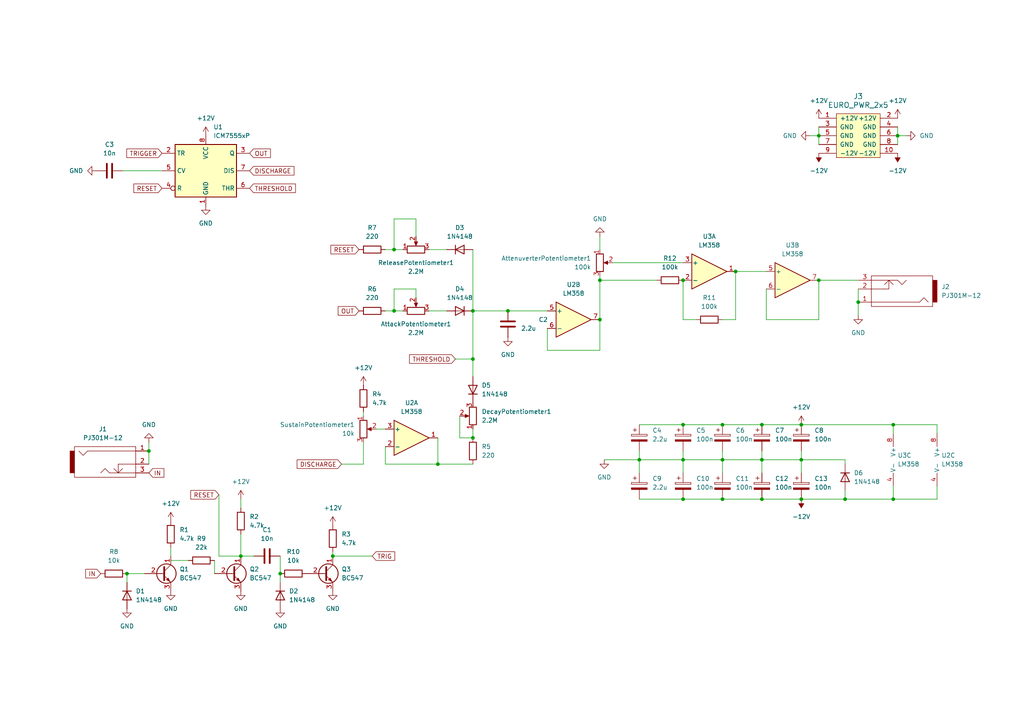
<source format=kicad_sch>
(kicad_sch (version 20231120) (generator "eeschema") (generator_version "8.0")
  (paper "A4")
  (lib_symbols
    (symbol "Amplifier_Operational:LM358" (pin_names (offset 0.127))
      (property "Reference" "U" (at 0 5.08 0))
      (property "Value" "LM358" (at 0 -5.08 0))
      (symbol "LM358_1_1"
        (polyline (pts (xy -5.08 5.08) (xy 5.08 0) (xy -5.08 -5.08) (xy -5.08 5.08)) (stroke (width 0.254)) (fill (type background)))
        (pin output line (at 7.62 0 180) (length 2.54) (name "~") (number "1"))
        (pin input line (at -7.62 -2.54 0) (length 2.54) (name "-") (number "2"))
        (pin input line (at -7.62 2.54 0) (length 2.54) (name "+") (number "3"))
      )
      (symbol "LM358_2_1"
        (polyline (pts (xy -5.08 5.08) (xy 5.08 0) (xy -5.08 -5.08) (xy -5.08 5.08)) (stroke (width 0.254)) (fill (type background)))
        (pin input line (at -7.62 2.54 0) (length 2.54) (name "+") (number "5"))
        (pin input line (at -7.62 -2.54 0) (length 2.54) (name "-") (number "6"))
        (pin output line (at 7.62 0 180) (length 2.54) (name "~") (number "7"))
      )
      (symbol "LM358_3_1"
        (pin power_in line (at -2.54 -7.62 90) (length 3.81) (name "V-") (number "4"))
        (pin power_in line (at -2.54 7.62 270) (length 3.81) (name "V+") (number "8"))
      )
    )
    (symbol "Device:C" (pin_numbers hide) (pin_names (offset 0.254))
      (property "Reference" "C" (at 0.635 2.54 0))
      (property "Value" "C" (at 0.635 -2.54 0))
      (symbol "C_0_1"
        (polyline (pts (xy -2.032 -0.762) (xy 2.032 -0.762)) (stroke (width 0.508)))
        (polyline (pts (xy -2.032 0.762) (xy 2.032 0.762)) (stroke (width 0.508)))
      )
      (symbol "C_1_1"
        (pin passive line (at 0 3.81 270) (length 2.794) (name "~") (number "1"))
        (pin passive line (at 0 -3.81 90) (length 2.794) (name "~") (number "2"))
      )
    )
    (symbol "Device:C_Polarized" (pin_numbers hide) (pin_names (offset 0.254))
      (property "Reference" "C" (at 0.635 2.54 0))
      (property "Value" "C_Polarized" (at 0.635 -2.54 0))
      (symbol "C_Polarized_0_1"
        (rectangle (start -2.286 0.508) (end 2.286 1.016))
        (polyline (pts (xy -1.778 2.286) (xy -0.762 2.286)))
        (polyline (pts (xy -1.27 2.794) (xy -1.27 1.778)))
        (rectangle (start 2.286 -0.508) (end -2.286 -1.016) (fill (type outline)))
      )
      (symbol "C_Polarized_1_1"
        (pin passive line (at 0 3.81 270) (length 2.794) (name "~") (number "1"))
        (pin passive line (at 0 -3.81 90) (length 2.794) (name "~") (number "2"))
      )
    )
    (symbol "Device:R" (pin_numbers hide) (pin_names (offset 0))
      (property "Reference" "R" (at 2.032 0 90))
      (property "Value" "R" (at 0 0 90))
      (symbol "R_0_1"
        (rectangle (start -1.016 -2.54) (end 1.016 2.54) (stroke (width 0.254)))
      )
      (symbol "R_1_1"
        (pin passive line (at 0 3.81 270) (length 1.27) (name "~") (number "1"))
        (pin passive line (at 0 -3.81 90) (length 1.27) (name "~") (number "2"))
      )
    )
    (symbol "Device:R_Potentiometer" (pin_names (offset 1.016) hide)
      (property "Reference" "RV" (at -4.445 0 90))
      (property "Value" "R_Potentiometer" (at -2.54 0 90))
      (symbol "R_Potentiometer_0_1"
        (polyline (pts (xy 2.54 0) (xy 1.524 0)))
        (polyline (pts (xy 1.143 0) (xy 2.286 0.508) (xy 2.286 -0.508) (xy 1.143 0)) (fill (type outline)))
        (rectangle (start 1.016 2.54) (end -1.016 -2.54) (stroke (width 0.254)))
      )
      (symbol "R_Potentiometer_1_1"
        (pin passive line (at 0 3.81 270) (length 1.27) (name "1") (number "1"))
        (pin passive line (at 3.81 0 180) (length 1.27) (name "2") (number "2"))
        (pin passive line (at 0 -3.81 90) (length 1.27) (name "3") (number "3"))
      )
    )
    (symbol "Diode:1N4148" (pin_numbers hide) (pin_names hide)
      (property "Reference" "D" (at 0 2.54 0))
      (property "Value" "1N4148" (at 0 -2.54 0))
      (symbol "1N4148_0_1"
        (polyline (pts (xy -1.27 1.27) (xy -1.27 -1.27)) (stroke (width 0.254)))
        (polyline (pts (xy 1.27 0) (xy -1.27 0)))
        (polyline (pts (xy 1.27 1.27) (xy 1.27 -1.27) (xy -1.27 0) (xy 1.27 1.27)) (stroke (width 0.254)))
      )
      (symbol "1N4148_1_1"
        (pin passive line (at -3.81 0 0) (length 2.54) (name "K") (number "1"))
        (pin passive line (at 3.81 0 180) (length 2.54) (name "A") (number "2"))
      )
    )
    (symbol "Timer:ICM7555xP"
      (property "Reference" "U" (at -10.16 8.89 0))
      (property "Value" "ICM7555xP" (at 2.54 8.89 0))
      (symbol "ICM7555xP_0_0"
        (pin power_in line (at 0 -10.16 90) (length 2.54) (name "GND") (number "1"))
        (pin power_in line (at 0 10.16 270) (length 2.54) (name "VCC") (number "8"))
      )
      (symbol "ICM7555xP_0_1"
        (rectangle (start -8.89 -7.62) (end 8.89 7.62) (stroke (width 0.254)) (fill (type background)))
        (rectangle (start -8.89 -7.62) (end 8.89 7.62) (stroke (width 0.254)) (fill (type background)))
      )
      (symbol "ICM7555xP_1_1"
        (pin input line (at -12.7 5.08 0) (length 3.81) (name "TR") (number "2"))
        (pin output line (at 12.7 5.08 180) (length 3.81) (name "Q") (number "3"))
        (pin input inverted (at -12.7 -5.08 0) (length 3.81) (name "R") (number "4"))
        (pin input line (at -12.7 0 0) (length 3.81) (name "CV") (number "5"))
        (pin input line (at 12.7 -5.08 180) (length 3.81) (name "THR") (number "6"))
        (pin input line (at 12.7 0 180) (length 3.81) (name "DIS") (number "7"))
      )
    )
    (symbol "Transistor_BJT:BC547" (pin_names (offset 0) hide)
      (property "Reference" "Q" (at 5.08 1.905 0))
      (property "Value" "BC547" (at 5.08 0 0))
      (symbol "BC547_0_1"
        (polyline (pts (xy 0 0) (xy 0.635 0)))
        (polyline (pts (xy 0.635 0.635) (xy 2.54 2.54)))
        (polyline (pts (xy 0.635 -0.635) (xy 2.54 -2.54) (xy 2.54 -2.54)))
        (polyline (pts (xy 0.635 1.905) (xy 0.635 -1.905) (xy 0.635 -1.905)) (stroke (width 0.508)))
        (polyline (pts (xy 1.27 -1.778) (xy 1.778 -1.27) (xy 2.286 -2.286) (xy 1.27 -1.778) (xy 1.27 -1.778)) (fill (type outline)))
        (circle (center 1.27 0) (radius 2.8194) (stroke (width 0.254)))
      )
      (symbol "BC547_1_1"
        (pin passive line (at 2.54 5.08 270) (length 2.54) (name "C") (number "1"))
        (pin input line (at -5.08 0 0) (length 5.08) (name "B") (number "2"))
        (pin passive line (at 2.54 -5.08 90) (length 2.54) (name "E") (number "3"))
      )
    )
    (symbol "eurocad:EURO_PWR_2x5" (pin_names (offset 1.016))
      (property "Reference" "J" (at 0 -7.62 0))
      (property "Value" "EURO_PWR_2x5" (at 0 7.62 0))
      (symbol "EURO_PWR_2x5_0_1"
        (rectangle (start -6.35 6.35) (end 6.35 -6.35) (fill (type background)))
      )
      (symbol "EURO_PWR_2x5_1_1"
        (pin power_in line (at -11.43 5.08 0) (length 5.08) (name "+12V") (number "1"))
        (pin power_in line (at 11.43 -5.08 180) (length 5.08) (name "-12V") (number "10"))
        (pin power_in line (at 11.43 5.08 180) (length 5.08) (name "+12V") (number "2"))
        (pin power_in line (at -11.43 2.54 0) (length 5.08) (name "GND") (number "3"))
        (pin power_in line (at 11.43 2.54 180) (length 5.08) (name "GND") (number "4"))
        (pin power_in line (at -11.43 0 0) (length 5.08) (name "GND") (number "5"))
        (pin power_in line (at 11.43 0 180) (length 5.08) (name "GND") (number "6"))
        (pin power_in line (at -11.43 -2.54 0) (length 5.08) (name "GND") (number "7"))
        (pin power_in line (at 11.43 -2.54 180) (length 5.08) (name "GND") (number "8"))
        (pin power_in line (at -11.43 -5.08 0) (length 5.08) (name "-12V") (number "9"))
      )
    )
    (symbol "eurocad:PJ301M-12" (pin_names (offset 1.016))
      (property "Reference" "J" (at -8.89 -5.08 0))
      (property "Value" "PJ301M-12" (at -3.81 6.35 0))
      (symbol "PJ301M-12_0_1"
        (rectangle (start -11.43 3.81) (end -10.16 -2.54) (fill (type outline)))
        (polyline (pts (xy 3.81 0) (xy 7.62 0) (xy 7.62 0)))
        (polyline (pts (xy 0 -2.54) (xy -1.27 -1.27) (xy -2.54 -2.54) (xy -2.54 -2.54)))
        (polyline (pts (xy 0 -2.54) (xy 7.62 -2.54) (xy 7.62 -2.54) (xy 7.62 -2.54)))
        (polyline (pts (xy 1.27 -1.27) (xy 2.54 -2.54) (xy 3.81 -1.27) (xy 3.81 -1.27)))
        (polyline (pts (xy 3.81 0) (xy 2.54 0) (xy 2.54 -2.54) (xy 2.54 -2.54)))
        (polyline (pts (xy 7.62 3.81) (xy -6.35 3.81) (xy -7.62 2.54) (xy -8.89 3.81) (xy -8.89 3.81)))
        (rectangle (start 7.62 -3.81) (end -10.16 5.08))
      )
      (symbol "PJ301M-12_1_1"
        (pin passive line (at 11.43 3.81 180) (length 3.81) (name "~") (number "1"))
        (pin passive line (at 11.43 0 180) (length 3.81) (name "~") (number "2"))
        (pin passive line (at 11.43 -2.54 180) (length 3.81) (name "~") (number "3"))
      )
    )
    (symbol "power:+12V" (power) (pin_numbers hide) (pin_names (offset 0) hide)
      (property "Value" "+12V" (at 0 3.556 0))
      (symbol "+12V_0_1"
        (polyline (pts (xy -0.762 1.27) (xy 0 2.54)))
        (polyline (pts (xy 0 0) (xy 0 2.54)))
        (polyline (pts (xy 0 2.54) (xy 0.762 1.27)))
      )
      (symbol "+12V_1_1"
        (pin power_in line (at 0 0 90) (length 0) (name "~") (number "1"))
      )
    )
    (symbol "power:-12V" (power) (pin_numbers hide) (pin_names (offset 0) hide)
      (property "Value" "-12V" (at 0 3.556 0))
      (symbol "-12V_0_0"
        (pin power_in line (at 0 0 90) (length 0) (name "~") (number "1"))
      )
      (symbol "-12V_0_1"
        (polyline (pts (xy 0 0) (xy 0 1.27) (xy 0.762 1.27) (xy 0 2.54) (xy -0.762 1.27) (xy 0 1.27)) (fill (type outline)))
      )
    )
    (symbol "power:GND" (power) (pin_numbers hide) (pin_names (offset 0) hide)
      (property "Value" "GND" (at 0 -3.81 0))
      (symbol "GND_0_1"
        (polyline (pts (xy 0 0) (xy 0 -1.27) (xy 1.27 -1.27) (xy 0 -2.54) (xy -1.27 -1.27) (xy 0 -1.27)))
      )
      (symbol "GND_1_1"
        (pin power_in line (at 0 0 270) (length 0) (name "~") (number "1"))
      )
    )
  )
  (junction (at 137.16 127))
  (junction (at 43.18 130.81))
  (junction (at 147.32 90.17))
  (junction (at 69.85 161.29))
  (junction (at 198.12 133.35))
  (junction (at 232.41 133.35))
  (junction (at 259.08 144.78))
  (junction (at 209.55 144.78))
  (junction (at 185.42 133.35))
  (junction (at 260.35 39.37))
  (junction (at 198.12 144.78))
  (junction (at 237.49 81.28))
  (junction (at 209.55 133.35))
  (junction (at 220.98 144.78))
  (junction (at 213.36 78.74))
  (junction (at 114.3 72.39))
  (junction (at 137.16 90.17))
  (junction (at 127 134.62))
  (junction (at 245.11 144.78))
  (junction (at 173.99 81.28))
  (junction (at 198.12 81.28))
  (junction (at 81.28 166.37))
  (junction (at 237.49 39.37))
  (junction (at 248.92 87.63))
  (junction (at 232.41 144.78))
  (junction (at 96.52 161.29))
  (junction (at 209.55 123.19))
  (junction (at 232.41 123.19))
  (junction (at 198.12 123.19))
  (junction (at 114.3 90.17))
  (junction (at 36.83 166.37))
  (junction (at 173.99 92.71))
  (junction (at 220.98 133.35))
  (junction (at 220.98 123.19))
  (junction (at 259.08 123.19))
  (junction (at 137.16 104.14))
  (wire (pts (xy 198.12 123.19) (xy 209.55 123.19)))
  (wire (pts (xy 237.49 39.37) (xy 237.49 41.91)))
  (wire (pts (xy 36.83 168.91) (xy 36.83 166.37)))
  (wire (pts (xy 114.3 63.5) (xy 114.3 72.39)))
  (wire (pts (xy 132.08 104.14) (xy 137.16 104.14)))
  (wire (pts (xy 248.92 83.82) (xy 248.92 87.63)))
  (wire (pts (xy 69.85 161.29) (xy 73.66 161.29)))
  (wire (pts (xy 173.99 81.28) (xy 190.5 81.28)))
  (wire (pts (xy 232.41 123.19) (xy 259.08 123.19)))
  (wire (pts (xy 133.35 120.65) (xy 133.35 127)))
  (wire (pts (xy 259.08 123.19) (xy 259.08 125.73)))
  (wire (pts (xy 127 127) (xy 127 134.62)))
  (wire (pts (xy 209.55 144.78) (xy 220.98 144.78)))
  (wire (pts (xy 147.32 90.17) (xy 158.75 90.17)))
  (wire (pts (xy 63.5 161.29) (xy 69.85 161.29)))
  (wire (pts (xy 209.55 123.19) (xy 220.98 123.19)))
  (wire (pts (xy 127 134.62) (xy 111.76 134.62)))
  (wire (pts (xy 116.84 72.39) (xy 114.3 72.39)))
  (wire (pts (xy 137.16 72.39) (xy 137.16 90.17)))
  (wire (pts (xy 137.16 90.17) (xy 147.32 90.17)))
  (wire (pts (xy 114.3 90.17) (xy 111.76 90.17)))
  (wire (pts (xy 96.52 160.02) (xy 96.52 161.29)))
  (wire (pts (xy 185.42 123.19) (xy 198.12 123.19)))
  (wire (pts (xy 137.16 90.17) (xy 137.16 104.14)))
  (wire (pts (xy 220.98 130.81) (xy 220.98 133.35)))
  (wire (pts (xy 209.55 133.35) (xy 220.98 133.35)))
  (wire (pts (xy 232.41 130.81) (xy 232.41 133.35)))
  (wire (pts (xy 105.41 119.38) (xy 105.41 120.65)))
  (wire (pts (xy 127 134.62) (xy 137.16 134.62)))
  (wire (pts (xy 120.65 83.82) (xy 114.3 83.82)))
  (wire (pts (xy 49.53 158.75) (xy 49.53 161.29)))
  (wire (pts (xy 116.84 90.17) (xy 114.3 90.17)))
  (wire (pts (xy 245.11 142.24) (xy 245.11 144.78)))
  (wire (pts (xy 69.85 154.94) (xy 69.85 161.29)))
  (wire (pts (xy 185.42 133.35) (xy 198.12 133.35)))
  (wire (pts (xy 222.25 83.82) (xy 222.25 92.71)))
  (wire (pts (xy 81.28 168.91) (xy 81.28 166.37)))
  (wire (pts (xy 237.49 81.28) (xy 248.92 81.28)))
  (wire (pts (xy 120.65 86.36) (xy 120.65 83.82)))
  (wire (pts (xy 111.76 124.46) (xy 109.22 124.46)))
  (wire (pts (xy 262.89 39.37) (xy 260.35 39.37)))
  (wire (pts (xy 198.12 92.71) (xy 201.93 92.71)))
  (wire (pts (xy 69.85 144.78) (xy 69.85 147.32)))
  (wire (pts (xy 129.54 72.39) (xy 124.46 72.39)))
  (wire (pts (xy 96.52 161.29) (xy 107.95 161.29)))
  (wire (pts (xy 232.41 133.35) (xy 245.11 133.35)))
  (wire (pts (xy 114.3 83.82) (xy 114.3 90.17)))
  (wire (pts (xy 177.8 76.2) (xy 198.12 76.2)))
  (wire (pts (xy 175.26 133.35) (xy 185.42 133.35)))
  (wire (pts (xy 198.12 133.35) (xy 198.12 137.16)))
  (wire (pts (xy 49.53 162.56) (xy 54.61 162.56)))
  (wire (pts (xy 36.83 166.37) (xy 41.91 166.37)))
  (wire (pts (xy 129.54 90.17) (xy 124.46 90.17)))
  (wire (pts (xy 220.98 123.19) (xy 232.41 123.19)))
  (wire (pts (xy 35.56 49.53) (xy 46.99 49.53)))
  (wire (pts (xy 209.55 133.35) (xy 209.55 137.16)))
  (wire (pts (xy 120.65 68.58) (xy 120.65 63.5)))
  (wire (pts (xy 185.42 130.81) (xy 185.42 133.35)))
  (wire (pts (xy 173.99 81.28) (xy 173.99 92.71)))
  (wire (pts (xy 271.78 140.97) (xy 271.78 144.78)))
  (wire (pts (xy 222.25 78.74) (xy 213.36 78.74)))
  (wire (pts (xy 198.12 144.78) (xy 209.55 144.78)))
  (wire (pts (xy 245.11 144.78) (xy 259.08 144.78)))
  (wire (pts (xy 185.42 144.78) (xy 198.12 144.78)))
  (wire (pts (xy 237.49 36.83) (xy 237.49 39.37)))
  (wire (pts (xy 137.16 124.46) (xy 137.16 127)))
  (wire (pts (xy 133.35 127) (xy 137.16 127)))
  (wire (pts (xy 232.41 144.78) (xy 245.11 144.78)))
  (wire (pts (xy 245.11 133.35) (xy 245.11 134.62)))
  (wire (pts (xy 105.41 128.27) (xy 105.41 134.62)))
  (wire (pts (xy 259.08 140.97) (xy 259.08 144.78)))
  (wire (pts (xy 120.65 63.5) (xy 114.3 63.5)))
  (wire (pts (xy 198.12 133.35) (xy 209.55 133.35)))
  (wire (pts (xy 259.08 144.78) (xy 271.78 144.78)))
  (wire (pts (xy 63.5 143.51) (xy 63.5 161.29)))
  (wire (pts (xy 213.36 78.74) (xy 213.36 92.71)))
  (wire (pts (xy 248.92 91.44) (xy 248.92 87.63)))
  (wire (pts (xy 198.12 81.28) (xy 198.12 92.71)))
  (wire (pts (xy 43.18 130.81) (xy 43.18 134.62)))
  (wire (pts (xy 237.49 81.28) (xy 237.49 92.71)))
  (wire (pts (xy 137.16 104.14) (xy 137.16 109.22)))
  (wire (pts (xy 81.28 161.29) (xy 81.28 166.37)))
  (wire (pts (xy 158.75 101.6) (xy 158.75 95.25)))
  (wire (pts (xy 234.95 39.37) (xy 237.49 39.37)))
  (wire (pts (xy 232.41 133.35) (xy 232.41 137.16)))
  (wire (pts (xy 209.55 130.81) (xy 209.55 133.35)))
  (wire (pts (xy 220.98 144.78) (xy 232.41 144.78)))
  (wire (pts (xy 222.25 92.71) (xy 237.49 92.71)))
  (wire (pts (xy 43.18 128.27) (xy 43.18 130.81)))
  (wire (pts (xy 220.98 133.35) (xy 232.41 133.35)))
  (wire (pts (xy 271.78 123.19) (xy 271.78 125.73)))
  (wire (pts (xy 173.99 92.71) (xy 173.99 101.6)))
  (wire (pts (xy 173.99 101.6) (xy 158.75 101.6)))
  (wire (pts (xy 260.35 39.37) (xy 260.35 41.91)))
  (wire (pts (xy 185.42 133.35) (xy 185.42 137.16)))
  (wire (pts (xy 173.99 80.01) (xy 173.99 81.28)))
  (wire (pts (xy 260.35 36.83) (xy 260.35 39.37)))
  (wire (pts (xy 198.12 130.81) (xy 198.12 133.35)))
  (wire (pts (xy 62.23 162.56) (xy 62.23 166.37)))
  (wire (pts (xy 105.41 134.62) (xy 99.06 134.62)))
  (wire (pts (xy 111.76 129.54) (xy 111.76 134.62)))
  (wire (pts (xy 173.99 68.58) (xy 173.99 72.39)))
  (wire (pts (xy 209.55 92.71) (xy 213.36 92.71)))
  (wire (pts (xy 114.3 72.39) (xy 111.76 72.39)))
  (wire (pts (xy 259.08 123.19) (xy 271.78 123.19)))
  (wire (pts (xy 220.98 133.35) (xy 220.98 137.16)))
  (global_label "RESET" (shape input) (at 46.99 54.61 180) (property "Intersheetrefs" "${INTERSHEET_REFS}" (effects (hide yes))))
  (global_label "OUT" (shape input) (at 104.14 90.17 180) (property "Intersheetrefs" "${INTERSHEET_REFS}" (effects (hide yes))))
  (global_label "DISCHARGE" (shape input) (at 99.06 134.62 180) (property "Intersheetrefs" "${INTERSHEET_REFS}" (effects (hide yes))))
  (global_label "RESET" (shape input) (at 104.14 72.39 180) (property "Intersheetrefs" "${INTERSHEET_REFS}" (effects (hide yes))))
  (global_label "TRIG" (shape input) (at 107.95 161.29 0) (property "Intersheetrefs" "${INTERSHEET_REFS}" (effects (hide yes))))
  (global_label "THRESHOLD" (shape input) (at 132.08 104.14 180) (property "Intersheetrefs" "${INTERSHEET_REFS}" (effects (hide yes))))
  (global_label "TRIGGER" (shape input) (at 46.99 44.45 180) (property "Intersheetrefs" "${INTERSHEET_REFS}" (effects (hide yes))))
  (global_label "IN" (shape input) (at 43.18 137.16 0) (property "Intersheetrefs" "${INTERSHEET_REFS}" (effects (hide yes))))
  (global_label "IN" (shape input) (at 29.21 166.37 180) (property "Intersheetrefs" "${INTERSHEET_REFS}" (effects (hide yes))))
  (global_label "RESET" (shape input) (at 63.5 143.51 180) (property "Intersheetrefs" "${INTERSHEET_REFS}" (effects (hide yes))))
  (global_label "OUT" (shape input) (at 72.39 44.45 0) (property "Intersheetrefs" "${INTERSHEET_REFS}" (effects (hide yes))))
  (global_label "DISCHARGE" (shape input) (at 72.39 49.53 0) (property "Intersheetrefs" "${INTERSHEET_REFS}" (effects (hide yes))))
  (global_label "THRESHOLD" (shape input) (at 72.39 54.61 0) (property "Intersheetrefs" "${INTERSHEET_REFS}" (effects (hide yes))))
  (symbol (lib_id "power:GND") (at 147.32 97.79 0) (unit 1)
    (property "Reference" "#PWR013" (effects (hide yes)))
    (property "Value" "GND" (at 147.32 102.87 0))
    (property "Description" "Power symbol creates a global label with name \"GND\" , ground" (effects (hide yes)))
  )
  (symbol (lib_id "eurocad:EURO_PWR_2x5") (at 248.92 39.37 0) (unit 1)
    (property "Reference" "J3" (at 248.92 27.94 0) (effects (font (size 1.524 1.524))))
    (property "Value" "EURO_PWR_2x5" (at 248.92 30.48 0) (effects (font (size 1.524 1.524))))
  )
  (symbol (lib_id "power:GND") (at 175.26 133.35 0) (unit 1)
    (property "Reference" "#PWR023" (effects (hide yes)))
    (property "Value" "GND" (at 175.26 138.43 0))
    (property "Description" "Power symbol creates a global label with name \"GND\" , ground" (effects (hide yes)))
  )
  (symbol (lib_id "Amplifier_Operational:LM358") (at 274.32 133.35 0) (unit 3)
    (property "Reference" "U2" (at 273.05 132.0799 0) (effects (justify left)))
    (property "Value" "LM358" (at 273.05 134.6199 0) (effects (justify left)))
    (property "Datasheet" "http://www.ti.com/lit/ds/symlink/lm2904-n.pdf" (effects (hide yes)))
    (property "Description" "Low-Power, Dual Operational Amplifiers, DIP-8/SOIC-8/TO-99-8" (effects (hide yes)))
  )
  (symbol (lib_id "power:+12V") (at 237.49 34.29 0) (unit 1)
    (property "Reference" "#PWR019" (effects (hide yes)))
    (property "Value" "+12V" (at 237.49 29.21 0))
    (property "Description" "Power symbol creates a global label with name \"+12V\"" (effects (hide yes)))
  )
  (symbol (lib_id "Device:R_Potentiometer") (at 105.41 124.46 0) (unit 1)
    (property "Reference" "SustainPotentiometer1" (at 102.87 123.1899 0) (effects (justify right)))
    (property "Value" "10k" (at 102.87 125.7299 0) (effects (justify right)))
    (property "Description" "Potentiometer" (effects (hide yes)))
  )
  (symbol (lib_id "power:GND") (at 234.95 39.37 270) (unit 1)
    (property "Reference" "#PWR017" (effects (hide yes)))
    (property "Value" "GND" (at 231.14 39.3699 90) (effects (justify right)))
    (property "Description" "Power symbol creates a global label with name \"GND\" , ground" (effects (hide yes)))
  )
  (symbol (lib_id "power:GND") (at 96.52 171.45 0) (unit 1)
    (property "Reference" "#PWR05" (effects (hide yes)))
    (property "Value" "GND" (at 96.52 176.53 0))
    (property "Description" "Power symbol creates a global label with name \"GND\" , ground" (effects (hide yes)))
  )
  (symbol (lib_id "Diode:1N4148") (at 36.83 172.72 270) (unit 1)
    (property "Reference" "D1" (at 39.37 171.4499 90) (effects (justify left)))
    (property "Value" "1N4148" (at 39.37 173.9899 90) (effects (justify left)))
    (property "Footprint" "Diode_THT:D_DO-35_SOD27_P7.62mm_Horizontal" (effects (hide yes)))
    (property "Datasheet" "https://assets.nexperia.com/documents/data-sheet/1N4148_1N4448.pdf" (effects (hide yes)))
    (property "Description" "100V 0.15A standard switching diode, DO-35" (effects (hide yes)))
    (property "Sim.Device" "D" (effects (hide yes)))
    (property "Sim.Pins" "1=K 2=A" (effects (hide yes)))
  )
  (symbol (lib_id "power:GND") (at 173.99 68.58 180) (unit 1)
    (property "Reference" "#PWR014" (effects (hide yes)))
    (property "Value" "GND" (at 173.99 63.5 0))
    (property "Description" "Power symbol creates a global label with name \"GND\" , ground" (effects (hide yes)))
  )
  (symbol (lib_id "Device:C") (at 77.47 161.29 270) (unit 1)
    (property "Reference" "C1" (at 77.47 153.67 90))
    (property "Value" "10n" (at 77.47 156.21 90))
    (property "Description" "Unpolarized capacitor" (effects (hide yes)))
  )
  (symbol (lib_id "Device:R_Potentiometer") (at 120.65 72.39 90) (unit 1)
    (property "Reference" "ReleasePotentiometer1" (at 120.65 76.2 90))
    (property "Value" "2.2M" (at 120.65 78.74 90))
    (property "Description" "Potentiometer" (effects (hide yes)))
  )
  (symbol (lib_id "Device:R") (at 58.42 162.56 90) (unit 1)
    (property "Reference" "R9" (at 58.42 156.21 90))
    (property "Value" "22k" (at 58.42 158.75 90))
    (property "Description" "Resistor" (effects (hide yes)))
  )
  (symbol (lib_id "Device:R") (at 205.74 92.71 90) (unit 1)
    (property "Reference" "R11" (at 205.74 86.36 90))
    (property "Value" "100k" (at 205.74 88.9 90))
    (property "Description" "Resistor" (effects (hide yes)))
  )
  (symbol (lib_id "Amplifier_Operational:LM358") (at 205.74 78.74 0) (unit 1)
    (property "Reference" "U3" (at 205.74 68.58 0))
    (property "Value" "LM358" (at 205.74 71.12 0))
    (property "Datasheet" "http://www.ti.com/lit/ds/symlink/lm2904-n.pdf" (effects (hide yes)))
    (property "Description" "Low-Power, Dual Operational Amplifiers, DIP-8/SOIC-8/TO-99-8" (effects (hide yes)))
  )
  (symbol (lib_id "Transistor_BJT:BC547") (at 93.98 166.37 0) (unit 1)
    (property "Reference" "Q3" (at 99.06 165.0999 0) (effects (justify left)))
    (property "Value" "BC547" (at 99.06 167.6399 0) (effects (justify left)))
    (property "Footprint" "Package_TO_SOT_THT:TO-92_Inline" (effects (hide yes)))
    (property "Datasheet" "https://www.onsemi.com/pub/Collateral/BC550-D.pdf" (effects (hide yes)))
    (property "Description" "0.1A Ic, 45V Vce, Small Signal NPN Transistor, TO-92" (effects (hide yes)))
  )
  (symbol (lib_id "Device:C_Polarized") (at 198.12 127 0) (unit 1)
    (property "Reference" "C5" (at 201.93 124.8409 0) (effects (justify left)))
    (property "Value" "100n" (at 201.93 127.3809 0) (effects (justify left)))
    (property "Description" "Polarized capacitor" (effects (hide yes)))
  )
  (symbol (lib_id "power:GND") (at 59.69 59.69 0) (unit 1)
    (property "Reference" "#PWR06" (effects (hide yes)))
    (property "Value" "GND" (at 59.69 64.77 0))
    (property "Description" "Power symbol creates a global label with name \"GND\" , ground" (effects (hide yes)))
  )
  (symbol (lib_id "Device:C_Polarized") (at 220.98 140.97 0) (unit 1)
    (property "Reference" "C12" (at 224.79 138.8109 0) (effects (justify left)))
    (property "Value" "100n" (at 224.79 141.3509 0) (effects (justify left)))
    (property "Description" "Polarized capacitor" (effects (hide yes)))
  )
  (symbol (lib_id "Device:C_Polarized") (at 232.41 140.97 0) (unit 1)
    (property "Reference" "C13" (at 236.22 138.8109 0) (effects (justify left)))
    (property "Value" "100n" (at 236.22 141.3509 0) (effects (justify left)))
    (property "Description" "Polarized capacitor" (effects (hide yes)))
  )
  (symbol (lib_id "Device:C") (at 31.75 49.53 270) (unit 1)
    (property "Reference" "C3" (at 31.75 41.91 90))
    (property "Value" "10n" (at 31.75 44.45 90))
    (property "Description" "Unpolarized capacitor" (effects (hide yes)))
  )
  (symbol (lib_id "Device:C_Polarized") (at 209.55 127 0) (unit 1)
    (property "Reference" "C6" (at 213.36 124.8409 0) (effects (justify left)))
    (property "Value" "100n" (at 213.36 127.3809 0) (effects (justify left)))
    (property "Description" "Polarized capacitor" (effects (hide yes)))
  )
  (symbol (lib_id "Device:R") (at 107.95 90.17 90) (unit 1)
    (property "Reference" "R6" (at 107.95 83.82 90))
    (property "Value" "220" (at 107.95 86.36 90))
    (property "Description" "Resistor" (effects (hide yes)))
  )
  (symbol (lib_id "Device:R") (at 33.02 166.37 90) (unit 1)
    (property "Reference" "R8" (at 33.02 160.02 90))
    (property "Value" "10k" (at 33.02 162.56 90))
    (property "Description" "Resistor" (effects (hide yes)))
  )
  (symbol (lib_id "Transistor_BJT:BC547") (at 67.31 166.37 0) (unit 1)
    (property "Reference" "Q2" (at 72.39 165.0999 0) (effects (justify left)))
    (property "Value" "BC547" (at 72.39 167.6399 0) (effects (justify left)))
    (property "Footprint" "Package_TO_SOT_THT:TO-92_Inline" (effects (hide yes)))
    (property "Datasheet" "https://www.onsemi.com/pub/Collateral/BC550-D.pdf" (effects (hide yes)))
    (property "Description" "0.1A Ic, 45V Vce, Small Signal NPN Transistor, TO-92" (effects (hide yes)))
  )
  (symbol (lib_id "power:+12V") (at 96.52 152.4 0) (unit 1)
    (property "Reference" "#PWR09" (effects (hide yes)))
    (property "Value" "+12V" (at 96.52 147.32 0))
    (property "Description" "Power symbol creates a global label with name \"+12V\"" (effects (hide yes)))
  )
  (symbol (lib_id "Device:R") (at 49.53 154.94 0) (unit 1)
    (property "Reference" "R1" (at 52.07 153.6699 0) (effects (justify left)))
    (property "Value" "4.7k" (at 52.07 156.2099 0) (effects (justify left)))
    (property "Description" "Resistor" (effects (hide yes)))
  )
  (symbol (lib_id "Device:R") (at 194.31 81.28 90) (unit 1)
    (property "Reference" "R12" (at 194.31 74.93 90))
    (property "Value" "100k" (at 194.31 77.47 90))
    (property "Description" "Resistor" (effects (hide yes)))
  )
  (symbol (lib_id "power:-12V") (at 237.49 44.45 180) (unit 1)
    (property "Reference" "#PWR021" (effects (hide yes)))
    (property "Value" "-12V" (at 237.49 49.53 0))
    (property "Description" "Power symbol creates a global label with name \"-12V\"" (effects (hide yes)))
  )
  (symbol (lib_id "Timer:ICM7555xP") (at 59.69 49.53 0) (unit 1)
    (property "Reference" "U1" (at 61.8841 36.83 0) (effects (justify left)))
    (property "Value" "ICM7555xP" (at 61.8841 39.37 0) (effects (justify left)))
    (property "Footprint" "Package_DIP:DIP-8_W7.62mm" (effects (hide yes)))
    (property "Datasheet" "http://www.intersil.com/content/dam/Intersil/documents/icm7/icm7555-56.pdf" (effects (hide yes)))
    (property "Description" "CMOS General Purpose Timer, 555 compatible, PDIP-8" (effects (hide yes)))
  )
  (symbol (lib_id "Device:C") (at 147.32 93.98 180) (unit 1)
    (property "Reference" "C2" (at 156.21 92.7099 0) (effects (justify right)))
    (property "Value" "2.2u" (at 151.13 95.2499 0) (effects (justify right)))
    (property "Description" "Unpolarized capacitor" (effects (hide yes)))
  )
  (symbol (lib_id "eurocad:PJ301M-12") (at 260.35 83.82 180) (unit 1)
    (property "Reference" "J2" (at 273.05 83.1849 0) (effects (justify right)))
    (property "Value" "PJ301M-12" (at 273.05 85.7249 0) (effects (justify right)))
  )
  (symbol (lib_id "Diode:1N4148") (at 137.16 113.03 90) (unit 1)
    (property "Reference" "D5" (at 139.7 111.7599 90) (effects (justify right)))
    (property "Value" "1N4148" (at 139.7 114.2999 90) (effects (justify right)))
    (property "Footprint" "Diode_THT:D_DO-35_SOD27_P7.62mm_Horizontal" (effects (hide yes)))
    (property "Datasheet" "https://assets.nexperia.com/documents/data-sheet/1N4148_1N4448.pdf" (effects (hide yes)))
    (property "Description" "100V 0.15A standard switching diode, DO-35" (effects (hide yes)))
    (property "Sim.Device" "D" (effects (hide yes)))
    (property "Sim.Pins" "1=K 2=A" (effects (hide yes)))
  )
  (symbol (lib_id "power:+12V") (at 69.85 144.78 0) (unit 1)
    (property "Reference" "#PWR08" (effects (hide yes)))
    (property "Value" "+12V" (at 69.85 139.7 0))
    (property "Description" "Power symbol creates a global label with name \"+12V\"" (effects (hide yes)))
  )
  (symbol (lib_id "Device:R") (at 85.09 166.37 90) (unit 1)
    (property "Reference" "R10" (at 85.09 160.02 90))
    (property "Value" "10k" (at 85.09 162.56 90))
    (property "Description" "Resistor" (effects (hide yes)))
  )
  (symbol (lib_id "Device:C_Polarized") (at 198.12 140.97 0) (unit 1)
    (property "Reference" "C10" (at 201.93 138.8109 0) (effects (justify left)))
    (property "Value" "100n" (at 201.93 141.3509 0) (effects (justify left)))
    (property "Description" "Polarized capacitor" (effects (hide yes)))
  )
  (symbol (lib_id "power:GND") (at 81.28 176.53 0) (unit 1)
    (property "Reference" "#PWR04" (effects (hide yes)))
    (property "Value" "GND" (at 81.28 181.61 0))
    (property "Description" "Power symbol creates a global label with name \"GND\" , ground" (effects (hide yes)))
  )
  (symbol (lib_id "Device:R") (at 96.52 156.21 0) (unit 1)
    (property "Reference" "R3" (at 99.06 154.9399 0) (effects (justify left)))
    (property "Value" "4.7k" (at 99.06 157.4799 0) (effects (justify left)))
    (property "Description" "Resistor" (effects (hide yes)))
  )
  (symbol (lib_id "Diode:1N4148") (at 133.35 72.39 0) (unit 1)
    (property "Reference" "D3" (at 133.35 66.04 0))
    (property "Value" "1N4148" (at 133.35 68.58 0))
    (property "Footprint" "Diode_THT:D_DO-35_SOD27_P7.62mm_Horizontal" (effects (hide yes)))
    (property "Datasheet" "https://assets.nexperia.com/documents/data-sheet/1N4148_1N4448.pdf" (effects (hide yes)))
    (property "Description" "100V 0.15A standard switching diode, DO-35" (effects (hide yes)))
    (property "Sim.Device" "D" (effects (hide yes)))
    (property "Sim.Pins" "1=K 2=A" (effects (hide yes)))
  )
  (symbol (lib_id "power:GND") (at 43.18 128.27 180) (unit 1)
    (property "Reference" "#PWR016" (effects (hide yes)))
    (property "Value" "GND" (at 43.18 123.19 0))
    (property "Description" "Power symbol creates a global label with name \"GND\" , ground" (effects (hide yes)))
  )
  (symbol (lib_id "Diode:1N4148") (at 245.11 138.43 270) (unit 1)
    (property "Reference" "D6" (at 247.65 137.1599 90) (effects (justify left)))
    (property "Value" "1N4148" (at 247.65 139.6999 90) (effects (justify left)))
    (property "Footprint" "Diode_THT:D_DO-35_SOD27_P7.62mm_Horizontal" (effects (hide yes)))
    (property "Datasheet" "https://assets.nexperia.com/documents/data-sheet/1N4148_1N4448.pdf" (effects (hide yes)))
    (property "Description" "100V 0.15A standard switching diode, DO-35" (effects (hide yes)))
    (property "Sim.Device" "D" (effects (hide yes)))
    (property "Sim.Pins" "1=K 2=A" (effects (hide yes)))
  )
  (symbol (lib_id "power:GND") (at 49.53 171.45 0) (unit 1)
    (property "Reference" "#PWR02" (effects (hide yes)))
    (property "Value" "GND" (at 49.53 176.53 0))
    (property "Description" "Power symbol creates a global label with name \"GND\" , ground" (effects (hide yes)))
  )
  (symbol (lib_id "Amplifier_Operational:LM358") (at 166.37 92.71 0) (unit 2)
    (property "Reference" "U2" (at 166.37 82.55 0))
    (property "Value" "LM358" (at 166.37 85.09 0))
    (property "Datasheet" "http://www.ti.com/lit/ds/symlink/lm2904-n.pdf" (effects (hide yes)))
    (property "Description" "Low-Power, Dual Operational Amplifiers, DIP-8/SOIC-8/TO-99-8" (effects (hide yes)))
  )
  (symbol (lib_id "Device:C_Polarized") (at 220.98 127 0) (unit 1)
    (property "Reference" "C7" (at 224.79 124.8409 0) (effects (justify left)))
    (property "Value" "100n" (at 224.79 127.3809 0) (effects (justify left)))
    (property "Description" "Polarized capacitor" (effects (hide yes)))
  )
  (symbol (lib_id "power:-12V") (at 232.41 144.78 180) (unit 1)
    (property "Reference" "#PWR024" (effects (hide yes)))
    (property "Value" "-12V" (at 232.41 149.86 0))
    (property "Description" "Power symbol creates a global label with name \"-12V\"" (effects (hide yes)))
  )
  (symbol (lib_id "Device:R_Potentiometer") (at 120.65 90.17 90) (unit 1)
    (property "Reference" "AttackPotentiometer1" (at 120.65 93.98 90))
    (property "Value" "2.2M" (at 120.65 96.52 90))
    (property "Description" "Potentiometer" (effects (hide yes)))
  )
  (symbol (lib_id "Device:R") (at 105.41 115.57 0) (unit 1)
    (property "Reference" "R4" (at 107.95 114.2999 0) (effects (justify left)))
    (property "Value" "4.7k" (at 107.95 116.8399 0) (effects (justify left)))
    (property "Description" "Resistor" (effects (hide yes)))
  )
  (symbol (lib_id "power:GND") (at 248.92 91.44 0) (unit 1)
    (property "Reference" "#PWR015" (effects (hide yes)))
    (property "Value" "GND" (at 248.92 96.52 0))
    (property "Description" "Power symbol creates a global label with name \"GND\" , ground" (effects (hide yes)))
  )
  (symbol (lib_id "Device:R_Potentiometer") (at 173.99 76.2 0) (unit 1)
    (property "Reference" "AttenuverterPotentiometer1" (at 171.45 74.9299 0) (effects (justify right)))
    (property "Value" "100k" (at 171.45 77.4699 0) (effects (justify right)))
    (property "Description" "Potentiometer" (effects (hide yes)))
  )
  (symbol (lib_id "Device:C_Polarized") (at 209.55 140.97 0) (unit 1)
    (property "Reference" "C11" (at 213.36 138.8109 0) (effects (justify left)))
    (property "Value" "100n" (at 213.36 141.3509 0) (effects (justify left)))
    (property "Description" "Polarized capacitor" (effects (hide yes)))
  )
  (symbol (lib_id "power:+12V") (at 59.69 39.37 0) (unit 1)
    (property "Reference" "#PWR010" (effects (hide yes)))
    (property "Value" "+12V" (at 59.69 34.29 0))
    (property "Description" "Power symbol creates a global label with name \"+12V\"" (effects (hide yes)))
  )
  (symbol (lib_id "Transistor_BJT:BC547") (at 46.99 166.37 0) (unit 1)
    (property "Reference" "Q1" (at 52.07 165.0999 0) (effects (justify left)))
    (property "Value" "BC547" (at 52.07 167.6399 0) (effects (justify left)))
    (property "Footprint" "Package_TO_SOT_THT:TO-92_Inline" (effects (hide yes)))
    (property "Datasheet" "https://www.onsemi.com/pub/Collateral/BC550-D.pdf" (effects (hide yes)))
    (property "Description" "0.1A Ic, 45V Vce, Small Signal NPN Transistor, TO-92" (effects (hide yes)))
  )
  (symbol (lib_id "eurocad:PJ301M-12") (at 31.75 134.62 0) (unit 1)
    (property "Reference" "J1" (at 29.845 124.46 0))
    (property "Value" "PJ301M-12" (at 29.845 127 0))
  )
  (symbol (lib_id "power:GND") (at 262.89 39.37 90) (unit 1)
    (property "Reference" "#PWR018" (effects (hide yes)))
    (property "Value" "GND" (at 266.7 39.3699 90) (effects (justify right)))
    (property "Description" "Power symbol creates a global label with name \"GND\" , ground" (effects (hide yes)))
  )
  (symbol (lib_id "Amplifier_Operational:LM358") (at 229.87 81.28 0) (unit 2)
    (property "Reference" "U3" (at 229.87 71.12 0))
    (property "Value" "LM358" (at 229.87 73.66 0))
    (property "Datasheet" "http://www.ti.com/lit/ds/symlink/lm2904-n.pdf" (effects (hide yes)))
    (property "Description" "Low-Power, Dual Operational Amplifiers, DIP-8/SOIC-8/TO-99-8" (effects (hide yes)))
  )
  (symbol (lib_id "Device:R_Potentiometer") (at 137.16 120.65 180) (unit 1)
    (property "Reference" "DecayPotentiometer1" (at 139.7 119.3799 0) (effects (justify right)))
    (property "Value" "2.2M" (at 139.7 121.9199 0) (effects (justify right)))
    (property "Description" "Potentiometer" (effects (hide yes)))
  )
  (symbol (lib_id "Amplifier_Operational:LM358") (at 261.62 133.35 0) (unit 3)
    (property "Reference" "U3" (at 260.35 132.0799 0) (effects (justify left)))
    (property "Value" "LM358" (at 260.35 134.6199 0) (effects (justify left)))
    (property "Datasheet" "http://www.ti.com/lit/ds/symlink/lm2904-n.pdf" (effects (hide yes)))
    (property "Description" "Low-Power, Dual Operational Amplifiers, DIP-8/SOIC-8/TO-99-8" (effects (hide yes)))
  )
  (symbol (lib_id "Diode:1N4148") (at 133.35 90.17 180) (unit 1)
    (property "Reference" "D4" (at 133.35 83.82 0))
    (property "Value" "1N4148" (at 133.35 86.36 0))
    (property "Footprint" "Diode_THT:D_DO-35_SOD27_P7.62mm_Horizontal" (effects (hide yes)))
    (property "Datasheet" "https://assets.nexperia.com/documents/data-sheet/1N4148_1N4448.pdf" (effects (hide yes)))
    (property "Description" "100V 0.15A standard switching diode, DO-35" (effects (hide yes)))
    (property "Sim.Device" "D" (effects (hide yes)))
    (property "Sim.Pins" "1=K 2=A" (effects (hide yes)))
  )
  (symbol (lib_id "power:GND") (at 27.94 49.53 270) (unit 1)
    (property "Reference" "#PWR011" (effects (hide yes)))
    (property "Value" "GND" (at 24.13 49.5299 90) (effects (justify right)))
    (property "Description" "Power symbol creates a global label with name \"GND\" , ground" (effects (hide yes)))
  )
  (symbol (lib_id "Device:C_Polarized") (at 185.42 127 0) (unit 1)
    (property "Reference" "C4" (at 189.23 124.8409 0) (effects (justify left)))
    (property "Value" "2.2u" (at 189.23 127.3809 0) (effects (justify left)))
    (property "Description" "Polarized capacitor" (effects (hide yes)))
  )
  (symbol (lib_id "power:+12V") (at 49.53 151.13 0) (unit 1)
    (property "Reference" "#PWR07" (effects (hide yes)))
    (property "Value" "+12V" (at 49.53 146.05 0))
    (property "Description" "Power symbol creates a global label with name \"+12V\"" (effects (hide yes)))
  )
  (symbol (lib_id "Diode:1N4148") (at 81.28 172.72 270) (unit 1)
    (property "Reference" "D2" (at 83.82 171.4499 90) (effects (justify left)))
    (property "Value" "1N4148" (at 83.82 173.9899 90) (effects (justify left)))
    (property "Footprint" "Diode_THT:D_DO-35_SOD27_P7.62mm_Horizontal" (effects (hide yes)))
    (property "Datasheet" "https://assets.nexperia.com/documents/data-sheet/1N4148_1N4448.pdf" (effects (hide yes)))
    (property "Description" "100V 0.15A standard switching diode, DO-35" (effects (hide yes)))
    (property "Sim.Device" "D" (effects (hide yes)))
    (property "Sim.Pins" "1=K 2=A" (effects (hide yes)))
  )
  (symbol (lib_id "Device:R") (at 69.85 151.13 0) (unit 1)
    (property "Reference" "R2" (at 72.39 149.8599 0) (effects (justify left)))
    (property "Value" "4.7k" (at 72.39 152.3999 0) (effects (justify left)))
    (property "Description" "Resistor" (effects (hide yes)))
  )
  (symbol (lib_id "power:GND") (at 69.85 171.45 0) (unit 1)
    (property "Reference" "#PWR03" (effects (hide yes)))
    (property "Value" "GND" (at 69.85 176.53 0))
    (property "Description" "Power symbol creates a global label with name \"GND\" , ground" (effects (hide yes)))
  )
  (symbol (lib_id "Device:C_Polarized") (at 185.42 140.97 0) (unit 1)
    (property "Reference" "C9" (at 189.23 138.8109 0) (effects (justify left)))
    (property "Value" "2.2u" (at 189.23 141.3509 0) (effects (justify left)))
    (property "Description" "Polarized capacitor" (effects (hide yes)))
  )
  (symbol (lib_id "Device:C_Polarized") (at 232.41 127 0) (unit 1)
    (property "Reference" "C8" (at 236.22 124.8409 0) (effects (justify left)))
    (property "Value" "100n" (at 236.22 127.3809 0) (effects (justify left)))
    (property "Description" "Polarized capacitor" (effects (hide yes)))
  )
  (symbol (lib_id "Amplifier_Operational:LM358") (at 119.38 127 0) (unit 1)
    (property "Reference" "U2" (at 119.38 116.84 0))
    (property "Value" "LM358" (at 119.38 119.38 0))
    (property "Datasheet" "http://www.ti.com/lit/ds/symlink/lm2904-n.pdf" (effects (hide yes)))
    (property "Description" "Low-Power, Dual Operational Amplifiers, DIP-8/SOIC-8/TO-99-8" (effects (hide yes)))
  )
  (symbol (lib_id "power:+12V") (at 105.41 111.76 0) (unit 1)
    (property "Reference" "#PWR012" (effects (hide yes)))
    (property "Value" "+12V" (at 105.41 106.68 0))
    (property "Description" "Power symbol creates a global label with name \"+12V\"" (effects (hide yes)))
  )
  (symbol (lib_id "Device:R") (at 107.95 72.39 90) (unit 1)
    (property "Reference" "R7" (at 107.95 66.04 90))
    (property "Value" "220" (at 107.95 68.58 90))
    (property "Description" "Resistor" (effects (hide yes)))
  )
  (symbol (lib_id "power:+12V") (at 260.35 34.29 0) (unit 1)
    (property "Reference" "#PWR020" (effects (hide yes)))
    (property "Value" "+12V" (at 260.35 29.21 0))
    (property "Description" "Power symbol creates a global label with name \"+12V\"" (effects (hide yes)))
  )
  (symbol (lib_id "power:GND") (at 36.83 176.53 0) (unit 1)
    (property "Reference" "#PWR01" (effects (hide yes)))
    (property "Value" "GND" (at 36.83 181.61 0))
    (property "Description" "Power symbol creates a global label with name \"GND\" , ground" (effects (hide yes)))
  )
  (symbol (lib_id "power:-12V") (at 260.35 44.45 180) (unit 1)
    (property "Reference" "#PWR022" (effects (hide yes)))
    (property "Value" "-12V" (at 260.35 49.53 0))
    (property "Description" "Power symbol creates a global label with name \"-12V\"" (effects (hide yes)))
  )
  (symbol (lib_id "power:+12V") (at 232.41 123.19 0) (unit 1)
    (property "Reference" "#PWR025" (effects (hide yes)))
    (property "Value" "+12V" (at 232.41 118.11 0))
    (property "Description" "Power symbol creates a global label with name \"+12V\"" (effects (hide yes)))
  )
  (symbol (lib_id "Device:R") (at 137.16 130.81 0) (unit 1)
    (property "Reference" "R5" (at 139.7 129.5399 0) (effects (justify left)))
    (property "Value" "220" (at 139.7 132.0799 0) (effects (justify left)))
    (property "Description" "Resistor" (effects (hide yes)))
  )
)
</source>
